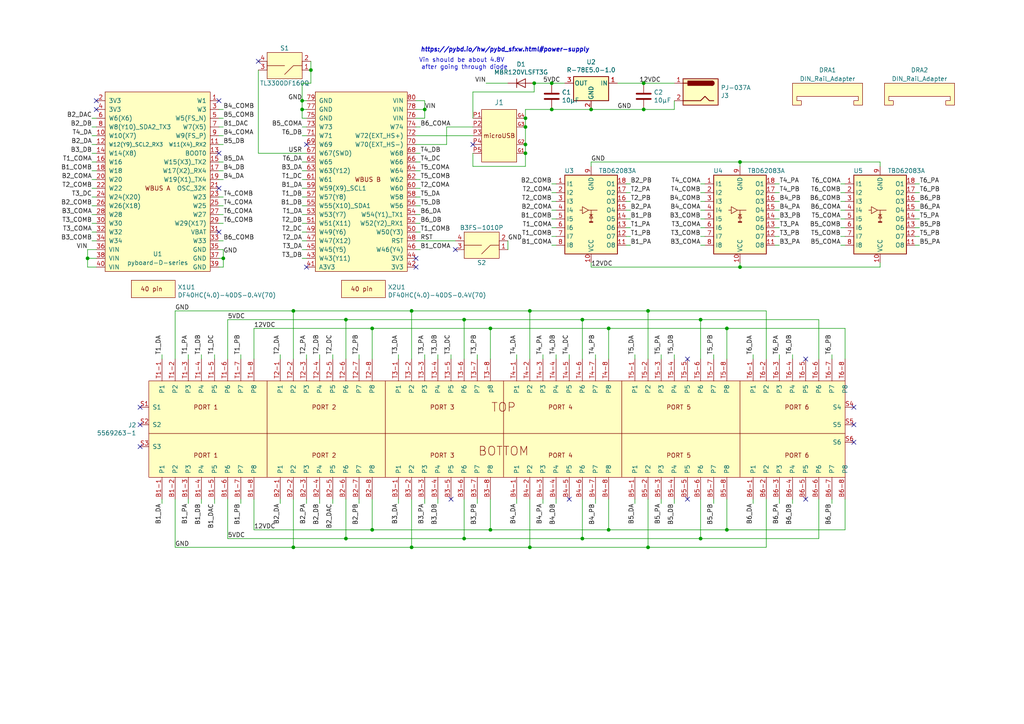
<source format=kicad_sch>
(kicad_sch (version 20211123) (generator eeschema)
  (paper "A4")
  (title_block (title "pyControl D-Series Breakout") (date "2020-02-05") (rev "1.6") (comment 3 "Licensed under the TAPR Open Hardware License (www.tapr.org/OHL)") (comment 4 "Documentation at https://karpova-lab.github.io/pyControl-D-Series-Breakout/"))
  (lib_symbols
    (symbol "Device:C" (pin_numbers hide) (pin_names (offset 0.254))
      (property "Reference" "C" (at 0.635 2.54 0))
      (property "Value" "C" (at 0.635 -2.54 0))
      (symbol "C_1_1"
        (pin passive line (at 0 3.81 270) (length 2.794) (name "~") (number "1"))
        (pin passive line (at 0 -3.81 90) (length 2.794) (name "~") (number "2"))
      )
    )
    (symbol "asl_symbols:5569263-1" (pin_names (offset 1.016))
      (property "Reference" "J" (at -58.42 5.08 0))
      (property "Value" "5569263-1" (at -52.07 2.54 0))
      (symbol "5569263-1_0_0"
        (text "BOTTOM" (at 0 -5.08 0) (effects (font (size 2.54 2.54))))
        (text "PORT 1" (at -86.36 -6.35 0) (effects (font (size 1.27 1.27))))
        (text "PORT 1" (at -86.36 7.62 0) (effects (font (size 1.27 1.27))))
        (text "TOP" (at 0 7.62 0) (effects (font (size 2.54 2.54))))
      )
      (symbol "5569263-1_1_1"
        (text "PORT 2" (at -52.07 -6.35 0) (effects (font (size 1.27 1.27))))
        (text "PORT 2" (at -52.07 7.62 0) (effects (font (size 1.27 1.27))))
        (text "PORT 3" (at -17.78 -6.35 0) (effects (font (size 1.27 1.27))))
        (text "PORT 3" (at -17.78 7.62 0) (effects (font (size 1.27 1.27))))
        (text "PORT 4" (at 16.51 -6.35 0) (effects (font (size 1.27 1.27))))
        (text "PORT 4" (at 16.51 7.62 0) (effects (font (size 1.27 1.27))))
        (text "PORT 5" (at 50.8 -6.35 0) (effects (font (size 1.27 1.27))))
        (text "PORT 5" (at 50.8 7.62 0) (effects (font (size 1.27 1.27))))
        (text "PORT 6" (at 85.09 -6.35 0) (effects (font (size 1.27 1.27))))
        (text "PORT 6" (at 85.09 7.62 0) (effects (font (size 1.27 1.27))))
        (pin bidirectional line (at -99.06 -19.05 90) (length 6.35) (name "P1") (number "B1-1"))
        (pin bidirectional line (at -95.25 -19.05 90) (length 6.35) (name "P2") (number "B1-2"))
        (pin bidirectional line (at -91.44 -19.05 90) (length 6.35) (name "P3") (number "B1-3"))
        (pin bidirectional line (at -87.63 -19.05 90) (length 6.35) (name "P4") (number "B1-4"))
        (pin bidirectional line (at -83.82 -19.05 90) (length 6.35) (name "P5") (number "B1-5"))
        (pin bidirectional line (at -80.01 -19.05 90) (length 6.35) (name "P6") (number "B1-6"))
        (pin bidirectional line (at -76.2 -19.05 90) (length 6.35) (name "P7") (number "B1-7"))
        (pin bidirectional line (at -72.39 -19.05 90) (length 6.35) (name "P8") (number "B1-8"))
        (pin bidirectional line (at -64.77 -19.05 90) (length 6.35) (name "P1") (number "B2-1"))
        (pin bidirectional line (at -60.96 -19.05 90) (length 6.35) (name "P2") (number "B2-2"))
        (pin bidirectional line (at -57.15 -19.05 90) (length 6.35) (name "P3") (number "B2-3"))
        (pin bidirectional line (at -53.34 -19.05 90) (length 6.35) (name "P4") (number "B2-4"))
        (pin bidirectional line (at -49.53 -19.05 90) (length 6.35) (name "P5") (number "B2-5"))
        (pin bidirectional line (at -45.72 -19.05 90) (length 6.35) (name "P6") (number "B2-6"))
        (pin bidirectional line (at -41.91 -19.05 90) (length 6.35) (name "P7") (number "B2-7"))
        (pin bidirectional line (at -38.1 -19.05 90) (length 6.35) (name "P8") (number "B2-8"))
        (pin bidirectional line (at -30.48 -19.05 90) (length 6.35) (name "P1") (number "B3-1"))
        (pin bidirectional line (at -26.67 -19.05 90) (length 6.35) (name "P2") (number "B3-2"))
        (pin bidirectional line (at -22.86 -19.05 90) (length 6.35) (name "P3") (number "B3-3"))
        (pin bidirectional line (at -19.05 -19.05 90) (length 6.35) (name "P4") (number "B3-4"))
        (pin bidirectional line (at -15.24 -19.05 90) (length 6.35) (name "P5") (number "B3-5"))
        (pin bidirectional line (at -11.43 -19.05 90) (length 6.35) (name "P6") (number "B3-6"))
        (pin bidirectional line (at -7.62 -19.05 90) (length 6.35) (name "P7") (number "B3-7"))
        (pin bidirectional line (at -3.81 -19.05 90) (length 6.35) (name "P8") (number "B3-8"))
        (pin bidirectional line (at 3.81 -19.05 90) (length 6.35) (name "P1") (number "B4-1"))
        (pin bidirectional line (at 7.62 -19.05 90) (length 6.35) (name "P2") (number "B4-2"))
        (pin bidirectional line (at 11.43 -19.05 90) (length 6.35) (name "P3") (number "B4-3"))
        (pin bidirectional line (at 15.24 -19.05 90) (length 6.35) (name "P4") (number "B4-4"))
        (pin bidirectional line (at 19.05 -19.05 90) (length 6.35) (name "P5") (number "B4-5"))
        (pin bidirectional line (at 22.86 -19.05 90) (length 6.35) (name "P6") (number "B4-6"))
        (pin bidirectional line (at 26.67 -19.05 90) (length 6.35) (name "P7") (number "B4-7"))
        (pin bidirectional line (at 30.48 -19.05 90) (length 6.35) (name "P8") (number "B4-8"))
        (pin bidirectional line (at 38.1 -19.05 90) (length 6.35) (name "P1") (number "B5-1"))
        (pin bidirectional line (at 41.91 -19.05 90) (length 6.35) (name "P2") (number "B5-2"))
        (pin bidirectional line (at 45.72 -19.05 90) (length 6.35) (name "P3") (number "B5-3"))
        (pin bidirectional line (at 49.53 -19.05 90) (length 6.35) (name "P4") (number "B5-4"))
        (pin bidirectional line (at 53.34 -19.05 90) (length 6.35) (name "P5") (number "B5-5"))
        (pin bidirectional line (at 57.15 -19.05 90) (length 6.35) (name "P6") (number "B5-6"))
        (pin bidirectional line (at 60.96 -19.05 90) (length 6.35) (name "P7") (number "B5-7"))
        (pin bidirectional line (at 64.77 -19.05 90) (length 6.35) (name "P8") (number "B5-8"))
        (pin bidirectional line (at 72.39 -19.05 90) (length 6.35) (name "P1") (number "B6-1"))
        (pin bidirectional line (at 76.2 -19.05 90) (length 6.35) (name "P2") (number "B6-2"))
        (pin bidirectional line (at 80.01 -19.05 90) (length 6.35) (name "P3") (number "B6-3"))
        (pin bidirectional line (at 83.82 -19.05 90) (length 6.35) (name "P4") (number "B6-4"))
        (pin bidirectional line (at 87.63 -19.05 90) (length 6.35) (name "P5") (number "B6-5"))
        (pin bidirectional line (at 91.44 -19.05 90) (length 6.35) (name "P6") (number "B6-6"))
        (pin bidirectional line (at 95.25 -19.05 90) (length 6.35) (name "P7") (number "B6-7"))
        (pin bidirectional line (at 99.06 -19.05 90) (length 6.35) (name "P8") (number "B6-8"))
        (pin bidirectional line (at -105.41 7.62 0) (length 2.54) (name "S1") (number "S1"))
        (pin bidirectional line (at -105.41 2.54 0) (length 2.54) (name "S2") (number "S2"))
        (pin bidirectional line (at -105.41 -3.81 0) (length 2.54) (name "S3") (number "S3"))
        (pin bidirectional line (at 101.6 7.62 180) (length 2.54) (name "S4") (number "S4"))
        (pin bidirectional line (at 101.6 2.54 180) (length 2.54) (name "S5") (number "S5"))
        (pin bidirectional line (at 101.6 -2.54 180) (length 2.54) (name "S6") (number "S6"))
        (pin bidirectional line (at -99.06 21.59 270) (length 6.35) (name "P1") (number "T1-1"))
        (pin bidirectional line (at -95.25 21.59 270) (length 6.35) (name "P2") (number "T1-2"))
        (pin bidirectional line (at -91.44 21.59 270) (length 6.35) (name "P3") (number "T1-3"))
        (pin bidirectional line (at -87.63 21.59 270) (length 6.35) (name "P4") (number "T1-4"))
        (pin bidirectional line (at -83.82 21.59 270) (length 6.35) (name "P5") (number "T1-5"))
        (pin bidirectional line (at -80.01 21.59 270) (length 6.35) (name "P6") (number "T1-6"))
        (pin bidirectional line (at -76.2 21.59 270) (length 6.35) (name "P7") (number "T1-7"))
        (pin bidirectional line (at -72.39 21.59 270) (length 6.35) (name "P8") (number "T1-8"))
        (pin bidirectional line (at -64.77 21.59 270) (length 6.35) (name "P1") (number "T2-1"))
        (pin bidirectional line (at -60.96 21.59 270) (length 6.35) (name "P2") (number "T2-2"))
        (pin bidirectional line (at -57.15 21.59 270) (length 6.35) (name "P3") (number "T2-3"))
        (pin bidirectional line (at -53.34 21.59 270) (length 6.35) (name "P4") (number "T2-4"))
        (pin bidirectional line (at -49.53 21.59 270) (length 6.35) (name "P5") (number "T2-5"))
        (pin bidirectional line (at -45.72 21.59 270) (length 6.35) (name "P6") (number "T2-6"))
        (pin bidirectional line (at -41.91 21.59 270) (length 6.35) (name "P7") (number "T2-7"))
        (pin bidirectional line (at -38.1 21.59 270) (length 6.35) (name "P8") (number "T2-8"))
        (pin bidirectional line (at -30.48 21.59 270) (length 6.35) (name "P1") (number "T3-1"))
        (pin bidirectional line (at -26.67 21.59 270) (length 6.35) (name "P2") (number "T3-2"))
        (pin bidirectional line (at -22.86 21.59 270) (length 6.35) (name "P3") (number "T3-3"))
        (pin bidirectional line (at -19.05 21.59 270) (length 6.35) (name "P4") (number "T3-4"))
        (pin bidirectional line (at -15.24 21.59 270) (length 6.35) (name "P5") (number "T3-5"))
        (pin bidirectional line (at -11.43 21.59 270) (length 6.35) (name "P6") (number "T3-6"))
        (pin bidirectional line (at -7.62 21.59 270) (length 6.35) (name "P7") (number "T3-7"))
        (pin bidirectional line (at -3.81 21.59 270) (length 6.35) (name "p8") (number "T3-8"))
        (pin bidirectional line (at 3.81 21.59 270) (length 6.35) (name "P1") (number "T4-1"))
        (pin bidirectional line (at 7.62 21.59 270) (length 6.35) (name "P2") (number "T4-2"))
        (pin bidirectional line (at 11.43 21.59 270) (length 6.35) (name "P3") (number "T4-3"))
        (pin bidirectional line (at 15.24 21.59 270) (length 6.35) (name "P4") (number "T4-4"))
        (pin bidirectional line (at 19.05 21.59 270) (length 6.35) (name "P5") (number "T4-5"))
        (pin bidirectional line (at 22.86 21.59 270) (length 6.35) (name "P6") (number "T4-6"))
        (pin bidirectional line (at 26.67 21.59 270) (length 6.35) (name "P7") (number "T4-7"))
        (pin bidirectional line (at 30.48 21.59 270) (length 6.35) (name "P8") (number "T4-8"))
        (pin bidirectional line (at 38.1 21.59 270) (length 6.35) (name "P1") (number "T5-1"))
        (pin bidirectional line (at 41.91 21.59 270) (length 6.35) (name "P2") (number "T5-2"))
        (pin bidirectional line (at 45.72 21.59 270) (length 6.35) (name "P3") (number "T5-3"))
        (pin bidirectional line (at 49.53 21.59 270) (length 6.35) (name "P4") (number "T5-4"))
        (pin bidirectional line (at 53.34 21.59 270) (length 6.35) (name "P5") (number "T5-5"))
        (pin bidirectional line (at 57.15 21.59 270) (length 6.35) (name "P6") (number "T5-6"))
        (pin bidirectional line (at 60.96 21.59 270) (length 6.35) (name "P7") (number "T5-7"))
        (pin bidirectional line (at 64.77 21.59 270) (length 6.35) (name "P8") (number "T5-8"))
        (pin bidirectional line (at 72.39 21.59 270) (length 6.35) (name "P1") (number "T6-1"))
        (pin bidirectional line (at 76.2 21.59 270) (length 6.35) (name "P2") (number "T6-2"))
        (pin bidirectional line (at 80.01 21.59 270) (length 6.35) (name "P3") (number "T6-3"))
        (pin bidirectional line (at 83.82 21.59 270) (length 6.35) (name "P4") (number "T6-4"))
        (pin bidirectional line (at 87.63 21.59 270) (length 6.35) (name "P5") (number "T6-5"))
        (pin bidirectional line (at 91.44 21.59 270) (length 6.35) (name "P6") (number "T6-6"))
        (pin bidirectional line (at 95.25 21.59 270) (length 6.35) (name "P7") (number "T6-7"))
        (pin bidirectional line (at 99.06 21.59 270) (length 6.35) (name "P8") (number "T6-8"))
      )
    )
    (symbol "asl_symbols:B3FS-1010P" (pin_names (offset 1.016) hide)
      (property "Reference" "S" (at -3.81 5.08 0))
      (property "Value" "B3FS-1010P" (at 1.27 -5.08 0))
      (symbol "B3FS-1010P_1_1"
        (pin bidirectional line (at -7.62 1.27 0) (length 2.54) (name "in1") (number "1"))
        (pin bidirectional line (at -7.62 -1.27 0) (length 2.54) (name "in2") (number "2"))
        (pin bidirectional line (at 7.62 1.27 180) (length 2.54) (name "out1") (number "3"))
        (pin bidirectional line (at 7.62 -1.27 180) (length 2.54) (name "out2") (number "4"))
      )
    )
    (symbol "asl_symbols:DIN_Rail_Adapter"
      (property "Reference" "DRA" (at 0 6.35 0))
      (property "Value" "DIN_Rail_Adapter" (at 0 3.81 0))
      (property "DNP" "1" (at 0 0 0))
    )
    (symbol "asl_symbols:Diode" (pin_numbers hide) (pin_names (offset 1.016) hide)
      (property "Reference" "D" (at 0 2.54 0))
      (property "Value" "Diode" (at 0 -2.54 0))
      (symbol "Diode_1_1"
        (pin passive line (at -3.81 0 0) (length 2.54) (name "K") (number "1"))
        (pin passive line (at 3.81 0 180) (length 2.54) (name "A") (number "2"))
      )
    )
    (symbol "asl_symbols:Hirose_40_pin_connector" (pin_names (offset 1.016))
      (property "Reference" "X" (at -6.35 3.81 0))
      (property "Value" "Hirose_40_pin_connector" (at 5.08 -5.08 0))
      (symbol "Hirose_40_pin_connector_0_0"
        (text "40 pin " (at 0 0 0) (effects (font (size 1.27 1.27))))
      )
    )
    (symbol "asl_symbols:PJ-037A" (pin_names (offset 1.016))
      (property "Reference" "J" (at 0 5.334 0))
      (property "Value" "PJ-037A" (at 0 -5.08 0))
      (symbol "PJ-037A_1_1"
        (pin passive line (at 7.62 2.54 180) (length 2.54) (name "~") (number "1"))
        (pin passive line (at 7.62 -2.54 180) (length 2.54) (name "~") (number "2"))
      )
    )
    (symbol "asl_symbols:PyBoard-D-Series" (pin_names (offset 1.016))
      (property "Reference" "U" (at 1.27 1.27 0))
      (property "Value" "PyBoard-D-Series" (at 78.74 -53.34 0))
      (symbol "PyBoard-D-Series_0_0"
        (text "WBUS A" (at 15.24 -27.94 0) (effects (font (size 1.27 1.27))))
        (text "WBUS B" (at 76.2 -25.4 0) (effects (font (size 1.27 1.27))))
      )
      (symbol "PyBoard-D-Series_1_1"
        (pin bidirectional line (at 33.02 -2.54 180) (length 2.54) (name "W1") (number "1"))
        (pin bidirectional line (at -2.54 -12.7 0) (length 2.54) (name "W10(X7)") (number "10"))
        (pin bidirectional line (at 33.02 -15.24 180) (length 2.54) (name "W11(X4)_RX2") (number "11"))
        (pin bidirectional line (at -2.54 -15.24 0) (length 2.54) (name "W12(Y9)_SCL2_RX3") (number "12"))
        (pin bidirectional line (at 33.02 -17.78 180) (length 2.54) (name "BOOT0") (number "13"))
        (pin bidirectional line (at -2.54 -17.78 0) (length 2.54) (name "W14(X8)") (number "14"))
        (pin bidirectional line (at 33.02 -20.32 180) (length 2.54) (name "W15(X3)_TX2") (number "15"))
        (pin bidirectional line (at -2.54 -20.32 0) (length 2.54) (name "W16") (number "16"))
        (pin bidirectional line (at 33.02 -22.86 180) (length 2.54) (name "W17(X2)_RX4") (number "17"))
        (pin bidirectional line (at -2.54 -22.86 0) (length 2.54) (name "W18") (number "18"))
        (pin bidirectional line (at 33.02 -25.4 180) (length 2.54) (name "W19(X1)_TX4") (number "19"))
        (pin bidirectional line (at -2.54 -2.54 0) (length 2.54) (name "3V3") (number "2"))
        (pin bidirectional line (at -2.54 -25.4 0) (length 2.54) (name "W20") (number "20"))
        (pin bidirectional line (at 33.02 -27.94 180) (length 2.54) (name "OSC_32K") (number "21"))
        (pin bidirectional line (at -2.54 -27.94 0) (length 2.54) (name "W22") (number "22"))
        (pin bidirectional line (at 33.02 -30.48 180) (length 2.54) (name "W23") (number "23"))
        (pin bidirectional line (at -2.54 -30.48 0) (length 2.54) (name "W24(X20)") (number "24"))
        (pin bidirectional line (at 33.02 -33.02 180) (length 2.54) (name "W25") (number "25"))
        (pin bidirectional line (at -2.54 -33.02 0) (length 2.54) (name "W26(X18)") (number "26"))
        (pin bidirectional line (at 33.02 -35.56 180) (length 2.54) (name "W27") (number "27"))
        (pin bidirectional line (at -2.54 -35.56 0) (length 2.54) (name "W28") (number "28"))
        (pin bidirectional line (at 33.02 -38.1 180) (length 2.54) (name "W29(X17)") (number "29"))
        (pin bidirectional line (at 33.02 -5.08 180) (length 2.54) (name "W3") (number "3"))
        (pin bidirectional line (at -2.54 -38.1 0) (length 2.54) (name "W30") (number "30"))
        (pin bidirectional line (at 33.02 -40.64 180) (length 2.54) (name "VBAT") (number "31"))
        (pin bidirectional line (at -2.54 -40.64 0) (length 2.54) (name "W32") (number "32"))
        (pin bidirectional line (at 33.02 -43.18 180) (length 2.54) (name "W33") (number "33"))
        (pin bidirectional line (at -2.54 -43.18 0) (length 2.54) (name "W34") (number "34"))
        (pin bidirectional line (at 33.02 -45.72 180) (length 2.54) (name "GND") (number "35"))
        (pin bidirectional line (at -2.54 -45.72 0) (length 2.54) (name "VIN") (number "36"))
        (pin bidirectional line (at 33.02 -48.26 180) (length 2.54) (name "GND") (number "37"))
        (pin bidirectional line (at -2.54 -48.26 0) (length 2.54) (name "VIN") (number "38"))
        (pin bidirectional line (at 33.02 -50.8 180) (length 2.54) (name "GND") (number "39"))
        (pin bidirectional line (at -2.54 -5.08 0) (length 2.54) (name "3V3") (number "4"))
        (pin bidirectional line (at -2.54 -50.8 0) (length 2.54) (name "VIN") (number "40"))
        (pin bidirectional line (at 58.42 -50.8 0) (length 2.54) (name "A3V3") (number "41"))
        (pin bidirectional line (at 90.17 -50.8 180) (length 2.54) (name "3V3") (number "42"))
        (pin bidirectional line (at 58.42 -48.26 0) (length 2.54) (name "W43(Y11)") (number "43"))
        (pin bidirectional line (at 90.17 -48.26 180) (length 2.54) (name "3V3") (number "44"))
        (pin bidirectional line (at 58.42 -45.72 0) (length 2.54) (name "W45(Y5)") (number "45"))
        (pin bidirectional line (at 90.17 -45.72 180) (length 2.54) (name "W46(Y4)") (number "46"))
        (pin bidirectional line (at 58.42 -43.18 0) (length 2.54) (name "W47(X12)") (number "47"))
        (pin bidirectional line (at 90.17 -43.18 180) (length 2.54) (name "RST") (number "48"))
        (pin bidirectional line (at 58.42 -40.64 0) (length 2.54) (name "W49(Y6)") (number "49"))
        (pin bidirectional line (at 33.02 -7.62 180) (length 2.54) (name "W5(FS_N)") (number "5"))
        (pin bidirectional line (at 90.17 -40.64 180) (length 2.54) (name "W50(Y3)") (number "50"))
        (pin bidirectional line (at 58.42 -38.1 0) (length 2.54) (name "W51(X11)") (number "51"))
        (pin bidirectional line (at 90.17 -38.1 180) (length 2.54) (name "W52(Y2)_RX1") (number "52"))
        (pin bidirectional line (at 58.42 -35.56 0) (length 2.54) (name "W53(Y7)") (number "53"))
        (pin bidirectional line (at 90.17 -35.56 180) (length 2.54) (name "W54(Y1)_TX1") (number "54"))
        (pin bidirectional line (at 58.42 -33.02 0) (length 2.54) (name "W55(X10)_SDA1") (number "55"))
        (pin bidirectional line (at 90.17 -33.02 180) (length 2.54) (name "W56") (number "56"))
        (pin bidirectional line (at 58.42 -30.48 0) (length 2.54) (name "W57(Y8)") (number "57"))
        (pin bidirectional line (at 90.17 -30.48 180) (length 2.54) (name "W58") (number "58"))
        (pin bidirectional line (at 58.42 -27.94 0) (length 2.54) (name "W59(X9)_SCL1") (number "59"))
        (pin bidirectional line (at -2.54 -7.62 0) (length 2.54) (name "W6(X6)") (number "6"))
        (pin bidirectional line (at 90.17 -27.94 180) (length 2.54) (name "W60") (number "60"))
        (pin bidirectional line (at 58.42 -25.4 0) (length 2.54) (name "W61") (number "61"))
        (pin bidirectional line (at 90.17 -25.4 180) (length 2.54) (name "W62") (number "62"))
        (pin bidirectional line (at 58.42 -22.86 0) (length 2.54) (name "W63(Y12)") (number "63"))
        (pin bidirectional line (at 90.17 -22.86 180) (length 2.54) (name "W64") (number "64"))
        (pin bidirectional line (at 58.42 -20.32 0) (length 2.54) (name "W65") (number "65"))
        (pin bidirectional line (at 90.17 -20.32 180) (length 2.54) (name "W66") (number "66"))
        (pin bidirectional line (at 58.42 -17.78 0) (length 2.54) (name "W67(SWD)") (number "67"))
        (pin bidirectional line (at 90.17 -17.78 180) (length 2.54) (name "W68") (number "68"))
        (pin bidirectional line (at 58.42 -15.24 0) (length 2.54) (name "W69") (number "69"))
        (pin bidirectional line (at 33.02 -10.16 180) (length 2.54) (name "W7(X5)") (number "7"))
        (pin bidirectional line (at 90.17 -15.24 180) (length 2.54) (name "W70(EXT_HS-)") (number "70"))
        (pin bidirectional line (at 58.42 -12.7 0) (length 2.54) (name "W71") (number "71"))
        (pin bidirectional line (at 90.17 -12.7 180) (length 2.54) (name "W72(EXT_HS+)") (number "72"))
        (pin bidirectional line (at 58.42 -10.16 0) (length 2.54) (name "W73") (number "73"))
        (pin bidirectional line (at 90.17 -10.16 180) (length 2.54) (name "W74") (number "74"))
        (pin bidirectional line (at 58.42 -7.62 0) (length 2.54) (name "GND") (number "75"))
        (pin bidirectional line (at 90.17 -7.62 180) (length 2.54) (name "VIN") (number "76"))
        (pin bidirectional line (at 58.42 -5.08 0) (length 2.54) (name "GND") (number "77"))
        (pin bidirectional line (at 90.17 -5.08 180) (length 2.54) (name "VIN") (number "78"))
        (pin bidirectional line (at 58.42 -2.54 0) (length 2.54) (name "GND") (number "79"))
        (pin bidirectional line (at -2.54 -10.16 0) (length 2.54) (name "W8(Y10)_SDA2_TX3") (number "8"))
        (pin bidirectional line (at 90.17 -2.54 180) (length 2.54) (name "VIN") (number "80"))
        (pin bidirectional line (at 33.02 -12.7 180) (length 2.54) (name "W9(FS_P)") (number "9"))
      )
    )
    (symbol "asl_symbols:R-78E5.0-1.0" (pin_names (offset 0.254))
      (property "Reference" "U" (at -3.81 3.175 0))
      (property "Value" "R-78E5.0-1.0" (at -0.635 3.175 0))
      (symbol "R-78E5.0-1.0_1_1"
        (pin power_out line (at 7.62 0 180) (length 2.54) (name "IN") (number "1"))
        (pin power_in line (at 0 -7.62 90) (length 2.54) (name "GND") (number "2"))
        (pin power_in line (at -7.62 0 0) (length 2.54) (name "OUT") (number "3"))
      )
    )
    (symbol "asl_symbols:TBD62083APG"
      (property "Reference" "U" (at -7.62 11.43 0))
      (property "Value" "TBD62083APG" (at 1.27 11.43 0))
      (symbol "TBD62083APG_1_1"
        (pin input line (at -10.16 7.62 0) (length 2.54) (name "I1") (number "1"))
        (pin power_in line (at 0 -15.24 90) (length 2.54) (name "VCC") (number "10"))
        (pin open_emitter line (at 10.16 -10.16 180) (length 2.54) (name "O8") (number "11"))
        (pin open_emitter line (at 10.16 -7.62 180) (length 2.54) (name "O7") (number "12"))
        (pin open_emitter line (at 10.16 -5.08 180) (length 2.54) (name "O6") (number "13"))
        (pin open_emitter line (at 10.16 -2.54 180) (length 2.54) (name "O5") (number "14"))
        (pin open_emitter line (at 10.16 0 180) (length 2.54) (name "O4") (number "15"))
        (pin open_emitter line (at 10.16 2.54 180) (length 2.54) (name "O3") (number "16"))
        (pin open_emitter line (at 10.16 5.08 180) (length 2.54) (name "O2") (number "17"))
        (pin open_emitter line (at 10.16 7.62 180) (length 2.54) (name "O1") (number "18"))
        (pin input line (at -10.16 5.08 0) (length 2.54) (name "I2") (number "2"))
        (pin input line (at -10.16 2.54 0) (length 2.54) (name "I3") (number "3"))
        (pin input line (at -10.16 0 0) (length 2.54) (name "I4") (number "4"))
        (pin input line (at -10.16 -2.54 0) (length 2.54) (name "I5") (number "5"))
        (pin input line (at -10.16 -5.08 0) (length 2.54) (name "I6") (number "6"))
        (pin input line (at -10.16 -7.62 0) (length 2.54) (name "I7") (number "7"))
        (pin input line (at -10.16 -10.16 0) (length 2.54) (name "I8") (number "8"))
        (pin power_in line (at 0 12.7 270) (length 2.54) (name "GND") (number "9"))
      )
    )
    (symbol "asl_symbols:TL3300" (pin_names (offset 1.016) hide)
      (property "Reference" "S" (at -3.81 5.08 0))
      (property "Value" "TL3300" (at 1.27 -5.08 0))
      (symbol "TL3300_1_1"
        (pin bidirectional line (at -7.62 1.27 0) (length 2.54) (name "in1") (number "1"))
        (pin bidirectional line (at -7.62 -1.27 0) (length 2.54) (name "in2") (number "2"))
        (pin bidirectional line (at 7.62 1.27 180) (length 2.54) (name "out1") (number "3"))
        (pin bidirectional line (at 7.62 -1.27 180) (length 2.54) (name "out2") (number "4"))
      )
    )
    (symbol "asl_symbols:USB_micro_horz_socket_reinforced" (pin_names (offset 1.016))
      (property "Reference" "J" (at 4.826 -8.128 0))
      (symbol "USB_micro_horz_socket_reinforced_0_0"
        (text "microUSB" (at 0 0 0) (effects (font (size 1.27 1.27))))
      )
      (symbol "USB_micro_horz_socket_reinforced_1_0"
        (pin bidirectional line (at 7.62 5.08 180) (length 2.54) (name "G1") (number "G1"))
        (pin bidirectional line (at 7.62 2.54 180) (length 2.54) (name "G2") (number "G2"))
        (pin bidirectional line (at 7.62 -2.54 180) (length 2.54) (name "G3") (number "G3"))
        (pin bidirectional line (at 7.62 -5.08 180) (length 2.54) (name "G4") (number "G4"))
        (pin bidirectional line (at -7.62 -5.08 0) (length 2.54) (name "P1") (number "P1"))
        (pin bidirectional line (at -7.62 -2.54 0) (length 2.54) (name "P2") (number "P2"))
        (pin bidirectional line (at -7.62 0 0) (length 2.54) (name "P3") (number "P3"))
        (pin bidirectional line (at -7.62 2.54 0) (length 2.54) (name "P4") (number "P4"))
        (pin bidirectional line (at -7.62 5.08 0) (length 2.54) (name "P5") (number "P5"))
      )
    )
  )
  (junction (at 107.95 95.25))
  (junction (at 134.62 156.21))
  (junction (at 168.91 92.71))
  (junction (at 187.96 90.17))
  (junction (at 90.17 20.32))
  (junction (at 107.95 153.67))
  (junction (at 176.53 153.67))
  (junction (at 203.2 156.21))
  (junction (at 134.62 92.71))
  (junction (at 168.91 156.21))
  (junction (at 85.09 90.17))
  (junction (at 186.69 31.75))
  (junction (at 214.63 77.47))
  (junction (at 142.24 153.67))
  (junction (at 152.4 44.45))
  (junction (at 153.67 90.17))
  (junction (at 100.33 92.71))
  (junction (at 87.63 31.75))
  (junction (at 152.4 36.83))
  (junction (at 119.38 158.75))
  (junction (at 142.24 95.25))
  (junction (at 171.45 31.75))
  (junction (at 187.96 158.75))
  (junction (at 203.2 92.71))
  (junction (at 87.63 29.21))
  (junction (at 210.82 95.25))
  (junction (at 152.4 41.91))
  (junction (at 119.38 90.17))
  (junction (at 214.63 46.99))
  (junction (at 186.69 24.13))
  (junction (at 64.77 74.93))
  (junction (at 176.53 95.25))
  (junction (at 160.02 31.75))
  (junction (at 25.4 74.93))
  (junction (at 210.82 153.67))
  (junction (at 100.33 156.21))
  (junction (at 85.09 158.75))
  (junction (at 153.67 158.75))
  (junction (at 152.4 34.29))
  (junction (at 154.94 24.13))
  (junction (at 123.19 31.75))
  (junction (at 160.02 24.13))
  (no_connect (at 40.64 123.19))
  (no_connect (at 132.08 72.39))
  (no_connect (at 120.65 77.47))
  (no_connect (at 247.65 123.19))
  (no_connect (at 137.16 41.91))
  (no_connect (at 120.65 74.93))
  (no_connect (at 233.68 144.78))
  (no_connect (at 27.94 29.21))
  (no_connect (at 199.39 144.78))
  (no_connect (at 40.64 129.54))
  (no_connect (at 88.9 77.47))
  (no_connect (at 233.68 104.14))
  (no_connect (at 88.9 41.91))
  (no_connect (at 63.5 29.21))
  (no_connect (at 199.39 104.14))
  (no_connect (at 40.64 118.11))
  (no_connect (at 74.93 17.78))
  (no_connect (at 63.5 54.61))
  (no_connect (at 130.81 144.78))
  (no_connect (at 247.65 128.27))
  (no_connect (at 63.5 67.31))
  (no_connect (at 27.94 31.75))
  (no_connect (at 247.65 118.11))
  (no_connect (at 63.5 44.45))
  (no_connect (at 165.1 144.78))
  (wire (pts (xy 63.5 49.53) (xy 64.77 49.53)))
  (wire (pts (xy 243.84 58.42) (xy 245.11 58.42)))
  (wire (pts (xy 64.77 64.77) (xy 63.5 64.77)))
  (wire (pts (xy 243.84 55.88) (xy 245.11 55.88)))
  (wire (pts (xy 218.44 102.87) (xy 218.44 104.14)))
  (wire (pts (xy 88.9 59.69) (xy 87.63 59.69)))
  (wire (pts (xy 26.67 52.07) (xy 27.94 52.07)))
  (wire (pts (xy 245.11 95.25) (xy 245.11 104.14)))
  (wire (pts (xy 123.19 31.75) (xy 123.19 34.29)))
  (wire (pts (xy 130.81 102.87) (xy 130.81 104.14)))
  (wire (pts (xy 226.06 55.88) (xy 224.79 55.88)))
  (wire (pts (xy 63.5 41.91) (xy 64.77 41.91)))
  (wire (pts (xy 203.2 104.14) (xy 203.2 92.71)))
  (wire (pts (xy 26.67 49.53) (xy 27.94 49.53)))
  (wire (pts (xy 120.65 54.61) (xy 121.92 54.61)))
  (wire (pts (xy 171.45 77.47) (xy 171.45 76.2)))
  (wire (pts (xy 147.32 72.39) (xy 147.32 69.85)))
  (wire (pts (xy 187.96 104.14) (xy 187.96 90.17)))
  (wire (pts (xy 88.9 39.37) (xy 87.63 39.37)))
  (wire (pts (xy 168.91 156.21) (xy 203.2 156.21)))
  (wire (pts (xy 157.48 102.87) (xy 157.48 104.14)))
  (wire (pts (xy 165.1 102.87) (xy 165.1 104.14)))
  (wire (pts (xy 182.88 60.96) (xy 181.61 60.96)))
  (wire (pts (xy 138.43 102.87) (xy 138.43 104.14)))
  (wire (pts (xy 266.7 53.34) (xy 265.43 53.34)))
  (wire (pts (xy 160.02 31.75) (xy 171.45 31.75)))
  (wire (pts (xy 160.02 24.13) (xy 163.83 24.13)))
  (wire (pts (xy 120.65 46.99) (xy 121.92 46.99)))
  (wire (pts (xy 226.06 66.04) (xy 224.79 66.04)))
  (wire (pts (xy 25.4 74.93) (xy 27.94 74.93)))
  (wire (pts (xy 64.77 57.15) (xy 63.5 57.15)))
  (wire (pts (xy 187.96 144.78) (xy 187.96 158.75)))
  (wire (pts (xy 107.95 95.25) (xy 107.95 104.14)))
  (wire (pts (xy 172.72 102.87) (xy 172.72 104.14)))
  (wire (pts (xy 182.88 58.42) (xy 181.61 58.42)))
  (wire (pts (xy 25.4 74.93) (xy 25.4 72.39)))
  (wire (pts (xy 129.54 41.91) (xy 120.65 41.91)))
  (wire (pts (xy 191.77 102.87) (xy 191.77 104.14)))
  (wire (pts (xy 154.94 26.67) (xy 154.94 24.13)))
  (wire (pts (xy 50.8 90.17) (xy 50.8 104.14)))
  (wire (pts (xy 160.02 63.5) (xy 161.29 63.5)))
  (wire (pts (xy 26.67 69.85) (xy 27.94 69.85)))
  (wire (pts (xy 87.63 72.39) (xy 88.9 72.39)))
  (wire (pts (xy 119.38 158.75) (xy 153.67 158.75)))
  (wire (pts (xy 210.82 153.67) (xy 245.11 153.67)))
  (wire (pts (xy 25.4 72.39) (xy 27.94 72.39)))
  (wire (pts (xy 243.84 60.96) (xy 245.11 60.96)))
  (wire (pts (xy 149.86 102.87) (xy 149.86 104.14)))
  (wire (pts (xy 176.53 104.14) (xy 176.53 95.25)))
  (wire (pts (xy 88.9 31.75) (xy 87.63 31.75)))
  (wire (pts (xy 66.04 144.78) (xy 66.04 156.21)))
  (wire (pts (xy 63.5 36.83) (xy 64.77 36.83)))
  (wire (pts (xy 81.28 144.78) (xy 81.28 146.05)))
  (wire (pts (xy 96.52 102.87) (xy 96.52 104.14)))
  (wire (pts (xy 203.2 71.12) (xy 204.47 71.12)))
  (wire (pts (xy 64.77 31.75) (xy 63.5 31.75)))
  (wire (pts (xy 134.62 156.21) (xy 168.91 156.21)))
  (wire (pts (xy 187.96 90.17) (xy 222.25 90.17)))
  (wire (pts (xy 176.53 144.78) (xy 176.53 153.67)))
  (wire (pts (xy 115.57 102.87) (xy 115.57 104.14)))
  (wire (pts (xy 64.77 77.47) (xy 64.77 74.93)))
  (wire (pts (xy 195.58 144.78) (xy 195.58 146.05)))
  (wire (pts (xy 137.16 34.29) (xy 137.16 26.67)))
  (wire (pts (xy 73.66 95.25) (xy 107.95 95.25)))
  (wire (pts (xy 87.63 62.23) (xy 88.9 62.23)))
  (wire (pts (xy 186.69 31.75) (xy 195.58 31.75)))
  (wire (pts (xy 46.99 102.87) (xy 46.99 104.14)))
  (wire (pts (xy 182.88 63.5) (xy 181.61 63.5)))
  (wire (pts (xy 137.16 44.45) (xy 137.16 48.26)))
  (wire (pts (xy 203.2 92.71) (xy 237.49 92.71)))
  (wire (pts (xy 26.67 34.29) (xy 27.94 34.29)))
  (wire (pts (xy 179.07 24.13) (xy 186.69 24.13)))
  (wire (pts (xy 123.19 29.21) (xy 123.19 31.75)))
  (wire (pts (xy 214.63 46.99) (xy 214.63 48.26)))
  (wire (pts (xy 64.77 59.69) (xy 63.5 59.69)))
  (wire (pts (xy 137.16 39.37) (xy 120.65 39.37)))
  (wire (pts (xy 121.92 57.15) (xy 120.65 57.15)))
  (wire (pts (xy 81.28 102.87) (xy 81.28 104.14)))
  (wire (pts (xy 203.2 144.78) (xy 203.2 156.21)))
  (wire (pts (xy 226.06 58.42) (xy 224.79 58.42)))
  (wire (pts (xy 85.09 104.14) (xy 85.09 90.17)))
  (wire (pts (xy 138.43 146.05) (xy 138.43 144.78)))
  (wire (pts (xy 107.95 95.25) (xy 142.24 95.25)))
  (wire (pts (xy 153.67 90.17) (xy 187.96 90.17)))
  (wire (pts (xy 266.7 63.5) (xy 265.43 63.5)))
  (wire (pts (xy 266.7 58.42) (xy 265.43 58.42)))
  (wire (pts (xy 160.02 68.58) (xy 161.29 68.58)))
  (wire (pts (xy 226.06 102.87) (xy 226.06 104.14)))
  (wire (pts (xy 243.84 66.04) (xy 245.11 66.04)))
  (wire (pts (xy 266.7 66.04) (xy 265.43 66.04)))
  (wire (pts (xy 88.9 146.05) (xy 88.9 144.78)))
  (wire (pts (xy 46.99 144.78) (xy 46.99 146.05)))
  (wire (pts (xy 26.67 67.31) (xy 27.94 67.31)))
  (wire (pts (xy 176.53 153.67) (xy 210.82 153.67)))
  (wire (pts (xy 63.5 77.47) (xy 64.77 77.47)))
  (wire (pts (xy 207.01 102.87) (xy 207.01 104.14)))
  (wire (pts (xy 127 146.05) (xy 127 144.78)))
  (wire (pts (xy 210.82 104.14) (xy 210.82 95.25)))
  (wire (pts (xy 87.63 34.29) (xy 88.9 34.29)))
  (wire (pts (xy 137.16 26.67) (xy 154.94 26.67)))
  (wire (pts (xy 64.77 39.37) (xy 63.5 39.37)))
  (wire (pts (xy 210.82 144.78) (xy 210.82 153.67)))
  (wire (pts (xy 27.94 41.91) (xy 26.67 41.91)))
  (wire (pts (xy 88.9 54.61) (xy 87.63 54.61)))
  (wire (pts (xy 134.62 104.14) (xy 134.62 92.71)))
  (wire (pts (xy 64.77 72.39) (xy 63.5 72.39)))
  (wire (pts (xy 152.4 31.75) (xy 160.02 31.75)))
  (wire (pts (xy 87.63 29.21) (xy 87.63 31.75)))
  (wire (pts (xy 203.2 156.21) (xy 237.49 156.21)))
  (wire (pts (xy 88.9 64.77) (xy 87.63 64.77)))
  (wire (pts (xy 73.66 144.78) (xy 73.66 153.67)))
  (wire (pts (xy 88.9 67.31) (xy 87.63 67.31)))
  (wire (pts (xy 243.84 68.58) (xy 245.11 68.58)))
  (wire (pts (xy 104.14 102.87) (xy 104.14 104.14)))
  (wire (pts (xy 255.27 77.47) (xy 255.27 76.2)))
  (wire (pts (xy 171.45 31.75) (xy 186.69 31.75)))
  (wire (pts (xy 119.38 90.17) (xy 85.09 90.17)))
  (wire (pts (xy 142.24 144.78) (xy 142.24 153.67)))
  (wire (pts (xy 123.19 34.29) (xy 120.65 34.29)))
  (wire (pts (xy 203.2 55.88) (xy 204.47 55.88)))
  (wire (pts (xy 160.02 71.12) (xy 161.29 71.12)))
  (wire (pts (xy 161.29 144.78) (xy 161.29 146.05)))
  (wire (pts (xy 64.77 74.93) (xy 63.5 74.93)))
  (wire (pts (xy 120.65 67.31) (xy 121.92 67.31)))
  (wire (pts (xy 107.95 153.67) (xy 142.24 153.67)))
  (wire (pts (xy 27.94 77.47) (xy 25.4 77.47)))
  (wire (pts (xy 26.67 59.69) (xy 27.94 59.69)))
  (wire (pts (xy 237.49 156.21) (xy 237.49 144.78)))
  (wire (pts (xy 160.02 60.96) (xy 161.29 60.96)))
  (wire (pts (xy 64.77 69.85) (xy 63.5 69.85)))
  (wire (pts (xy 87.63 46.99) (xy 88.9 46.99)))
  (wire (pts (xy 226.06 68.58) (xy 224.79 68.58)))
  (wire (pts (xy 176.53 95.25) (xy 210.82 95.25)))
  (wire (pts (xy 195.58 102.87) (xy 195.58 104.14)))
  (wire (pts (xy 90.17 24.13) (xy 90.17 20.32)))
  (wire (pts (xy 226.06 63.5) (xy 224.79 63.5)))
  (wire (pts (xy 160.02 53.34) (xy 161.29 53.34)))
  (wire (pts (xy 87.63 74.93) (xy 88.9 74.93)))
  (wire (pts (xy 182.88 53.34) (xy 181.61 53.34)))
  (wire (pts (xy 27.94 44.45) (xy 26.67 44.45)))
  (wire (pts (xy 120.65 72.39) (xy 121.92 72.39)))
  (wire (pts (xy 229.87 102.87) (xy 229.87 104.14)))
  (wire (pts (xy 85.09 144.78) (xy 85.09 158.75)))
  (wire (pts (xy 87.63 57.15) (xy 88.9 57.15)))
  (wire (pts (xy 168.91 92.71) (xy 168.91 104.14)))
  (wire (pts (xy 66.04 92.71) (xy 66.04 104.14)))
  (wire (pts (xy 161.29 102.87) (xy 161.29 104.14)))
  (wire (pts (xy 119.38 104.14) (xy 119.38 90.17)))
  (wire (pts (xy 120.65 49.53) (xy 121.92 49.53)))
  (wire (pts (xy 54.61 102.87) (xy 54.61 104.14)))
  (wire (pts (xy 245.11 153.67) (xy 245.11 144.78)))
  (wire (pts (xy 153.67 144.78) (xy 153.67 158.75)))
  (wire (pts (xy 153.67 104.14) (xy 153.67 90.17)))
  (wire (pts (xy 88.9 29.21) (xy 87.63 29.21)))
  (wire (pts (xy 152.4 41.91) (xy 152.4 36.83)))
  (wire (pts (xy 92.71 144.78) (xy 92.71 146.05)))
  (wire (pts (xy 73.66 104.14) (xy 73.66 95.25)))
  (wire (pts (xy 182.88 66.04) (xy 181.61 66.04)))
  (wire (pts (xy 66.04 156.21) (xy 100.33 156.21)))
  (wire (pts (xy 120.65 31.75) (xy 123.19 31.75)))
  (wire (pts (xy 241.3 102.87) (xy 241.3 104.14)))
  (wire (pts (xy 26.67 64.77) (xy 27.94 64.77)))
  (wire (pts (xy 226.06 60.96) (xy 224.79 60.96)))
  (wire (pts (xy 26.67 62.23) (xy 27.94 62.23)))
  (wire (pts (xy 54.61 146.05) (xy 54.61 144.78)))
  (wire (pts (xy 266.7 68.58) (xy 265.43 68.58)))
  (wire (pts (xy 85.09 158.75) (xy 119.38 158.75)))
  (wire (pts (xy 63.5 52.07) (xy 64.77 52.07)))
  (wire (pts (xy 121.92 59.69) (xy 120.65 59.69)))
  (wire (pts (xy 142.24 95.25) (xy 176.53 95.25)))
  (wire (pts (xy 152.4 41.91) (xy 152.4 44.45)))
  (wire (pts (xy 92.71 102.87) (xy 92.71 104.14)))
  (wire (pts (xy 120.65 44.45) (xy 121.92 44.45)))
  (wire (pts (xy 171.45 46.99) (xy 214.63 46.99)))
  (wire (pts (xy 147.32 24.13) (xy 140.97 24.13)))
  (wire (pts (xy 50.8 144.78) (xy 50.8 158.75)))
  (wire (pts (xy 115.57 146.05) (xy 115.57 144.78)))
  (wire (pts (xy 203.2 68.58) (xy 204.47 68.58)))
  (wire (pts (xy 161.29 55.88) (xy 160.02 55.88)))
  (wire (pts (xy 58.42 144.78) (xy 58.42 146.05)))
  (wire (pts (xy 237.49 92.71) (xy 237.49 104.14)))
  (wire (pts (xy 171.45 77.47) (xy 214.63 77.47)))
  (wire (pts (xy 107.95 144.78) (xy 107.95 153.67)))
  (wire (pts (xy 120.65 64.77) (xy 121.92 64.77)))
  (wire (pts (xy 120.65 69.85) (xy 132.08 69.85)))
  (wire (pts (xy 210.82 95.25) (xy 245.11 95.25)))
  (wire (pts (xy 153.67 158.75) (xy 187.96 158.75)))
  (wire (pts (xy 63.5 46.99) (xy 64.77 46.99)))
  (wire (pts (xy 186.69 24.13) (xy 195.58 24.13)))
  (wire (pts (xy 168.91 92.71) (xy 134.62 92.71)))
  (wire (pts (xy 119.38 144.78) (xy 119.38 158.75)))
  (wire (pts (xy 266.7 71.12) (xy 265.43 71.12)))
  (wire (pts (xy 203.2 63.5) (xy 204.47 63.5)))
  (wire (pts (xy 214.63 46.99) (xy 255.27 46.99)))
  (wire (pts (xy 134.62 144.78) (xy 134.62 156.21)))
  (wire (pts (xy 266.7 60.96) (xy 265.43 60.96)))
  (wire (pts (xy 152.4 34.29) (xy 152.4 31.75)))
  (wire (pts (xy 160.02 58.42) (xy 161.29 58.42)))
  (wire (pts (xy 87.63 31.75) (xy 87.63 34.29)))
  (wire (pts (xy 191.77 146.05) (xy 191.77 144.78)))
  (wire (pts (xy 157.48 146.05) (xy 157.48 144.78)))
  (wire (pts (xy 243.84 63.5) (xy 245.11 63.5)))
  (wire (pts (xy 218.44 144.78) (xy 218.44 146.05)))
  (wire (pts (xy 203.2 60.96) (xy 204.47 60.96)))
  (wire (pts (xy 149.86 144.78) (xy 149.86 146.05)))
  (wire (pts (xy 87.63 69.85) (xy 88.9 69.85)))
  (wire (pts (xy 243.84 53.34) (xy 245.11 53.34)))
  (wire (pts (xy 64.77 34.29) (xy 63.5 34.29)))
  (wire (pts (xy 226.06 146.05) (xy 226.06 144.78)))
  (wire (pts (xy 134.62 92.71) (xy 100.33 92.71)))
  (wire (pts (xy 142.24 153.67) (xy 176.53 153.67)))
  (wire (pts (xy 255.27 46.99) (xy 255.27 48.26)))
  (wire (pts (xy 62.23 144.78) (xy 62.23 146.05)))
  (wire (pts (xy 96.52 144.78) (xy 96.52 146.05)))
  (wire (pts (xy 100.33 92.71) (xy 66.04 92.71)))
  (wire (pts (xy 129.54 36.83) (xy 129.54 41.91)))
  (wire (pts (xy 100.33 104.14) (xy 100.33 92.71)))
  (wire (pts (xy 226.06 53.34) (xy 224.79 53.34)))
  (wire (pts (xy 214.63 77.47) (xy 255.27 77.47)))
  (wire (pts (xy 195.58 31.75) (xy 195.58 29.21)))
  (wire (pts (xy 172.72 146.05) (xy 172.72 144.78)))
  (wire (pts (xy 142.24 95.25) (xy 142.24 104.14)))
  (wire (pts (xy 64.77 74.93) (xy 64.77 72.39)))
  (wire (pts (xy 74.93 44.45) (xy 88.9 44.45)))
  (wire (pts (xy 266.7 55.88) (xy 265.43 55.88)))
  (wire (pts (xy 184.15 144.78) (xy 184.15 146.05)))
  (wire (pts (xy 120.65 29.21) (xy 123.19 29.21)))
  (wire (pts (xy 168.91 92.71) (xy 203.2 92.71)))
  (wire (pts (xy 100.33 144.78) (xy 100.33 156.21)))
  (wire (pts (xy 123.19 102.87) (xy 123.19 104.14)))
  (wire (pts (xy 137.16 36.83) (xy 129.54 36.83)))
  (wire (pts (xy 87.63 29.21) (xy 87.63 24.13)))
  (wire (pts (xy 100.33 156.21) (xy 134.62 156.21)))
  (wire (pts (xy 152.4 36.83) (xy 152.4 34.29)))
  (wire (pts (xy 62.23 102.87) (xy 62.23 104.14)))
  (wire (pts (xy 203.2 58.42) (xy 204.47 58.42)))
  (wire (pts (xy 26.67 54.61) (xy 27.94 54.61)))
  (wire (pts (xy 27.94 57.15) (xy 26.67 57.15)))
  (wire (pts (xy 207.01 146.05) (xy 207.01 144.78)))
  (wire (pts (xy 50.8 158.75) (xy 85.09 158.75)))
  (wire (pts (xy 123.19 146.05) (xy 123.19 144.78)))
  (wire (pts (xy 27.94 46.99) (xy 26.67 46.99)))
  (wire (pts (xy 87.63 49.53) (xy 88.9 49.53)))
  (wire (pts (xy 27.94 36.83) (xy 26.67 36.83)))
  (wire (pts (xy 222.25 158.75) (xy 222.25 144.78)))
  (wire (pts (xy 25.4 77.47) (xy 25.4 74.93)))
  (wire (pts (xy 171.45 46.99) (xy 171.45 48.26)))
  (wire (pts (xy 160.02 66.04) (xy 161.29 66.04)))
  (wire (pts (xy 87.63 52.07) (xy 88.9 52.07)))
  (wire (pts (xy 203.2 53.34) (xy 204.47 53.34)))
  (wire (pts (xy 74.93 20.32) (xy 74.93 44.45)))
  (wire (pts (xy 187.96 158.75) (xy 222.25 158.75)))
  (wire (pts (xy 182.88 55.88) (xy 181.61 55.88)))
  (wire (pts (xy 243.84 71.12) (xy 245.11 71.12)))
  (wire (pts (xy 88.9 102.87) (xy 88.9 104.14)))
  (wire (pts (xy 203.2 66.04) (xy 204.47 66.04)))
  (wire (pts (xy 104.14 146.05) (xy 104.14 144.78)))
  (wire (pts (xy 241.3 146.05) (xy 241.3 144.78)))
  (wire (pts (xy 160.02 24.13) (xy 154.94 24.13)))
  (wire (pts (xy 229.87 144.78) (xy 229.87 146.05)))
  (wire (pts (xy 73.66 153.67) (xy 107.95 153.67)))
  (wire (pts (xy 153.67 90.17) (xy 119.38 90.17)))
  (wire (pts (xy 184.15 102.87) (xy 184.15 104.14)))
  (wire (pts (xy 152.4 48.26) (xy 152.4 44.45)))
  (wire (pts (xy 182.88 68.58) (xy 181.61 68.58)))
  (wire (pts (xy 69.85 146.05) (xy 69.85 144.78)))
  (wire (pts (xy 120.65 36.83) (xy 121.92 36.83)))
  (wire (pts (xy 120.65 52.07) (xy 121.92 52.07)))
  (wire (pts (xy 222.25 90.17) (xy 222.25 104.14)))
  (wire (pts (xy 90.17 17.78) (xy 90.17 20.32)))
  (wire (pts (xy 27.94 39.37) (xy 26.67 39.37)))
  (wire (pts (xy 85.09 90.17) (xy 50.8 90.17)))
  (wire (pts (xy 58.42 102.87) (xy 58.42 104.14)))
  (wire (pts (xy 182.88 71.12) (xy 181.61 71.12)))
  (wire (pts (xy 127 102.87) (xy 127 104.14)))
  (wire (pts (xy 120.65 62.23) (xy 121.92 62.23)))
  (wire (pts (xy 87.63 36.83) (xy 88.9 36.83)))
  (wire (pts (xy 214.63 77.47) (xy 214.63 76.2)))
  (wire (pts (xy 69.85 102.87) (xy 69.85 104.14)))
  (wire (pts (xy 87.63 24.13) (xy 90.17 24.13)))
  (wire (pts (xy 64.77 62.23) (xy 63.5 62.23)))
  (wire (pts (xy 226.06 71.12) (xy 224.79 71.12)))
  (wire (pts (xy 137.16 48.26) (xy 152.4 48.26)))
  (wire (pts (xy 168.91 144.78) (xy 168.91 156.21)))
  (text "https://pybd.io/hw/pybd_sfxw.html#power-supply" (at 121.92 15.24 0) (effects (font (size 1.27 1.27) (thickness 0.254) bold italic) (justify left bottom)))
  (text "Vin should be about 4.8V \nafter going through diode" (at 147.32 20.32 0) (effects (font (size 1.27 1.27)) (justify right bottom)))
  (label "T4_DB" (at 121.92 44.45 0))
  (label "T1_PB" (at 182.88 68.58 0))
  (label "B1_DA" (at 46.99 146.05 270))
  (label "B3_PB" (at 226.06 63.5 0))
  (label "B1_COMB" (at 160.02 63.5 180))
  (label "GND" (at 50.8 90.17 0))
  (label "B6_COMA" (at 121.92 36.83 0))
  (label "T2_PA" (at 182.88 55.88 0))
  (label "RST" (at 121.92 69.85 0))
  (label "T6_PA" (at 266.7 53.34 0))
  (label "T2_PB" (at 182.88 58.42 0))
  (label "B2_PA" (at 88.9 146.05 270))
  (label "B6_DB" (at 121.92 64.77 0))
  (label "T6_DA" (at 218.44 102.87 90))
  (label "T3_PB" (at 226.06 68.58 0))
  (label "T3_DC" (at 130.81 102.87 90))
  (label "B5_COMA" (at 87.63 36.83 180))
  (label "B4_PB" (at 226.06 58.42 0))
  (label "T3_PA" (at 123.19 102.87 90))
  (label "VIN" (at 123.19 31.75 0))
  (label "T3_COMA" (at 203.2 66.04 180))
  (label "B4_DA" (at 149.86 146.05 270))
  (label "T2_COMB" (at 26.67 54.61 180))
  (label "T6_DA" (at 87.63 46.99 180))
  (label "T6_COMB" (at 243.84 55.88 180))
  (label "12VDC" (at 185.42 24.13 0))
  (label "B5_PB" (at 266.7 66.04 0))
  (label "T1_COMB" (at 121.92 67.31 0))
  (label "T5_COMA" (at 121.92 49.53 0))
  (label "B2_DB" (at 26.67 36.83 180))
  (label "B2_DAC" (at 96.52 146.05 270))
  (label "T4_COMB" (at 203.2 55.88 180))
  (label "T2_DC" (at 87.63 67.31 180))
  (label "B2_PA" (at 182.88 60.96 0))
  (label "B6_PB" (at 266.7 58.42 0))
  (label "T1_DB" (at 58.42 102.87 90))
  (label "T1_DC" (at 62.23 102.87 90))
  (label "B3_COMB" (at 203.2 63.5 180))
  (label "B4_COMA" (at 64.77 39.37 0))
  (label "T5_COMA" (at 243.84 63.5 180))
  (label "B5_COMB" (at 64.77 34.29 0))
  (label "T5_PA" (at 266.7 63.5 0))
  (label "T5_DB" (at 195.58 102.87 90))
  (label "T5_PB" (at 266.7 68.58 0))
  (label "B2_DA" (at 81.28 146.05 270))
  (label "12VDC" (at 73.66 153.67 0))
  (label "B6_COMB" (at 64.77 69.85 0))
  (label "T3_DB" (at 127 102.87 90))
  (label "T1_DC" (at 87.63 52.07 180))
  (label "T5_COMB" (at 121.92 52.07 0))
  (label "T4_DC" (at 121.92 46.99 0))
  (label "T4_COMB" (at 64.77 57.15 0))
  (label "B6_DA" (at 121.92 62.23 0))
  (label "B4_DB" (at 64.77 49.53 0))
  (label "T4_DA" (at 149.86 102.87 90))
  (label "GND" (at 179.07 31.75 0))
  (label "B3_DA" (at 115.57 146.05 270))
  (label "T3_DC" (at 26.67 57.15 180))
  (label "T4_DC" (at 165.1 102.87 90))
  (label "B3_DA" (at 87.63 49.53 180))
  (label "VIN" (at 140.97 24.13 180))
  (label "B1_DB" (at 87.63 59.69 180))
  (label "B3_COMA" (at 26.67 62.23 180))
  (label "B6_DA" (at 218.44 146.05 270))
  (label "B2_COMB" (at 160.02 53.34 180))
  (label "T1_COMB" (at 160.02 68.58 180))
  (label "B5_COMB" (at 243.84 66.04 180))
  (label "B5_DA" (at 184.15 146.05 270))
  (label "B2_COMA" (at 160.02 60.96 180))
  (label "B5_PB" (at 207.01 146.05 270))
  (label "B6_COMA" (at 243.84 60.96 180))
  (label "T1_PA" (at 54.61 102.87 90))
  (label "T5_DA" (at 121.92 57.15 0))
  (label "B3_PB" (at 138.43 146.05 270))
  (label "T2_DB" (at 92.71 102.87 90))
  (label "B5_DB" (at 195.58 146.05 270))
  (label "T4_PB" (at 226.06 55.88 0))
  (label "T6_DB" (at 87.63 39.37 180))
  (label "GND" (at 64.77 73.66 0))
  (label "T5_PB" (at 207.01 102.87 90))
  (label "B1_COMA" (at 121.92 72.39 0))
  (label "B4_COMA" (at 203.2 60.96 180))
  (label "B1_DAC" (at 62.23 146.05 270))
  (label "B4_PB" (at 172.72 146.05 270))
  (label "T6_PA" (at 226.06 102.87 90))
  (label "T5_DB" (at 121.92 59.69 0))
  (label "T5_DA" (at 184.15 102.87 90))
  (label "B1_PB" (at 69.85 146.05 270))
  (label "B5_PA" (at 266.7 71.12 0))
  (label "B2_DA" (at 26.67 41.91 180))
  (label "T6_PB" (at 241.3 102.87 90))
  (label "T2_DC" (at 96.52 102.87 90))
  (label "T2_DB" (at 87.63 64.77 180))
  (label "B5_DB" (at 64.77 41.91 0))
  (label "T3_COMB" (at 26.67 64.77 180))
  (label "B4_COMB" (at 203.2 58.42 180))
  (label "B4_PA" (at 226.06 60.96 0))
  (label "USR" (at 87.63 44.45 180))
  (label "T4_PA" (at 226.06 53.34 0))
  (label "T2_COMB" (at 160.02 58.42 180))
  (label "B5_COMA" (at 243.84 71.12 180))
  (label "T1_PB" (at 69.85 102.87 90))
  (label "VIN" (at 25.4 72.39 180))
  (label "T4_COMA" (at 203.2 53.34 180))
  (label "T2_PA" (at 88.9 102.87 90))
  (label "B4_DB" (at 161.29 146.05 270))
  (label "12VDC" (at 73.66 95.25 0))
  (label "T6_DB" (at 229.87 102.87 90))
  (label "T6_PB" (at 266.7 55.88 0))
  (label "GND" (at 87.63 29.21 180))
  (label "B2_COMA" (at 26.67 52.07 180))
  (label "T1_DB" (at 87.63 57.15 180))
  (label "T3_COMB" (at 203.2 68.58 180))
  (label "T4_DA" (at 26.67 39.37 180))
  (label "T3_PA" (at 226.06 66.04 0))
  (label "B1_DB" (at 58.42 146.05 270))
  (label "T2_DA" (at 87.63 69.85 180))
  (label "B1_PA" (at 182.88 71.12 0))
  (label "B1_PB" (at 182.88 63.5 0))
  (label "B2_DAC" (at 26.67 34.29 180))
  (label "5VDC" (at 157.48 24.13 0))
  (label "T4_DB" (at 161.29 102.87 90))
  (label "T6_COMB" (at 64.77 64.77 0))
  (label "5VDC" (at 66.04 92.71 0))
  (label "T1_PA" (at 182.88 66.04 0))
  (label "B3_DB" (at 127 146.05 270))
  (label "T1_DA" (at 46.99 102.87 90))
  (label "B3_COMA" (at 203.2 71.12 180))
  (label "T1_COMA" (at 26.67 46.99 180))
  (label "T5_COMB" (at 243.84 68.58 180))
  (label "B3_PA" (at 226.06 71.12 0))
  (label "12VDC" (at 171.45 77.47 0))
  (label "B1_COMB" (at 26.67 49.53 180))
  (label "T4_COMA" (at 64.77 59.69 0))
  (label "GND" (at 50.8 158.75 0))
  (label "T6_COMA" (at 64.77 62.23 0))
  (label "T6_COMA" (at 243.84 53.34 180))
  (label "B6_PA" (at 266.7 60.96 0))
  (label "T3_COMA" (at 26.67 67.31 180))
  (label "T3_DB" (at 87.63 74.93 180))
  (label "T1_DA" (at 87.63 62.23 180))
  (label "B2_PB" (at 104.14 146.05 270))
  (label "B3_DB" (at 26.67 44.45 180))
  (label "T3_DA" (at 87.63 72.39 180))
  (label "T5_PA" (at 191.77 102.87 90))
  (label "B1_DA" (at 87.63 54.61 180))
  (label "B6_PB" (at 241.3 146.05 270))
  (label "T3_PB" (at 138.43 102.87 90))
  (label "B2_COMB" (at 26.67 59.69 180))
  (label "B4_COMB" (at 64.77 31.75 0))
  (label "B5_DA" (at 64.77 46.99 0))
  (label "B5_PA" (at 191.77 146.05 270))
  (label "B2_PB" (at 182.88 53.34 0))
  (label "B4_PA" (at 157.48 146.05 270))
  (label "B6_DB" (at 229.87 146.05 270))
  (label "GND" (at 147.32 69.85 0))
  (label "B3_PA" (at 123.19 146.05 270))
  (label "B4_DA" (at 64.77 52.07 0))
  (label "T2_COMA" (at 121.92 54.61 0))
  (label "T2_COMA" (at 160.02 55.88 180))
  (label "B6_COMB" (at 243.84 58.42 180))
  (label "5VDC" (at 66.04 156.21 0))
  (label "T3_DA" (at 115.57 102.87 90))
  (label "B2_DB" (at 92.71 146.05 270))
  (label "T2_DA" (at 81.28 102.87 90))
  (label "B1_DAC" (at 64.77 36.83 0))
  (label "T1_COMA" (at 160.02 66.04 180))
  (label "B6_PA" (at 226.06 146.05 270))
  (label "GND" (at 171.45 46.99 0))
  (label "B1_COMA" (at 160.02 71.12 180))
  (label "T4_PB" (at 172.72 102.87 90))
  (label "T2_PB" (at 104.14 102.87 90))
  (label "B3_COMB" (at 26.67 69.85 180))
  (label "B1_PA" (at 54.61 146.05 270))
  (label "T4_PA" (at 157.48 102.87 90))
  (symbol (lib_id "asl_symbols:PyBoard-D-Series") (at 30.48 26.67 0) (unit 1)
    (property "Reference" "U1" (at 45.72 73.66 0))
    (property "Value" "pyboard-D-series" (at 45.72 76.2 0))
    (property "Footprint" "asl_footprints:PyBoard_D-Series" (effects hide))
    (property "Datasheet" "https://pybd.io/hw/wbus_dip68.html" (effects hide))
    (property "DNP" "1" (effects hide))
  )
  (symbol (lib_id "asl_symbols:PJ-037A") (at 203.2 26.67 0) (mirror y) (unit 1)
    (property "Reference" "J3" (at 209.042 27.7368 0) (effects (justify right)))
    (property "Value" "PJ-037A" (at 209.042 25.4254 0) (effects (justify right)))
    (property "Footprint" "asl_footprints:DC_Jack" (effects hide))
    (property "Datasheet" "https://www.digikey.com/product-detail/en/cui-inc/PJ-037A/CP-037A-ND/1644545" (effects hide))
    (property "Description" "Barrel Jack Connector" (effects hide))
  )
  (symbol (lib_id "asl_symbols:Diode") (at 151.13 24.13 0) (unit 1)
    (property "Reference" "D1" (at 151.13 18.6436 0))
    (property "Value" "MBR120VLSFT3G" (at 151.13 20.955 0))
    (property "Footprint" "asl_footprints:D_SOD-123F" (effects hide))
    (property "Datasheet" "https://www.digikey.com/products/en?keywords=MBR120VLSFT3GOSCT-ND" (effects hide))
    (property "Description" "Schottky Diode" (effects hide))
  )
  (symbol (lib_id "asl_symbols:TBD62083APG") (at 171.45 60.96 0) (unit 1)
    (property "Reference" "U3" (at 165.1 49.53 0))
    (property "Value" "TBD62083A" (at 179.07 49.53 0))
    (property "Footprint" "asl_footprints:SSOP-18_4.4x6.5mm_P0.65mm" (effects hide))
    (property "Datasheet" "https://www.digikey.com/products/en?keywords=TBD62083AFNGELCT-ND" (effects hide))
    (property "Description" "8-channel Driver Array" (effects hide))
  )
  (symbol (lib_id "asl_symbols:B3FS-1010P") (at 139.7 71.12 180) (unit 1)
    (property "Reference" "S2" (at 139.7 76.2 0))
    (property "Value" "B3FS-1010P" (at 139.7 66.04 0))
    (property "Footprint" "asl_footprints:6mm_tactile_smd" (effects hide))
    (property "Datasheet" "https://www.digikey.com/products/en?keywords=sw1440ct" (effects hide))
    (property "Description" "Small Tactile Switch" (effects hide))
  )
  (symbol (lib_id "asl_symbols:TBD62083APG") (at 214.63 60.96 0) (unit 1)
    (property "Reference" "U4" (at 208.28 49.53 0))
    (property "Value" "TBD62083A" (at 222.25 49.53 0))
    (property "Footprint" "asl_footprints:SSOP-18_4.4x6.5mm_P0.65mm" (effects hide))
    (property "Datasheet" "https://www.digikey.com/products/en?keywords=TBD62083AFNGELCT-ND" (effects hide))
    (property "Description" "8-channel Driver Array" (effects hide))
  )
  (symbol (lib_id "asl_symbols:TBD62083APG") (at 255.27 60.96 0) (unit 1)
    (property "Reference" "U5" (at 248.92 49.53 0))
    (property "Value" "TBD62083A" (at 262.89 49.53 0))
    (property "Footprint" "asl_footprints:SSOP-18_4.4x6.5mm_P0.65mm" (effects hide))
    (property "Datasheet" "https://www.digikey.com/products/en?keywords=TBD62083AFNGELCT-ND" (effects hide))
    (property "Description" "8-channel Driver Array" (effects hide))
  )
  (symbol (lib_id "Device:C") (at 160.02 27.94 0) (unit 1)
    (property "Reference" "C1" (at 162.941 26.7716 0) (effects (justify left)))
    (property "Value" "10µF" (at 162.941 29.083 0) (effects (justify left)))
    (property "Footprint" "Capacitor_SMD:C_1206_3216Metric" (effects hide))
    (property "Datasheet" "https://www.digikey.com/products/en?keywords=1276-1804-1-ND" (effects hide))
  )
  (symbol (lib_id "Device:C") (at 186.69 27.94 0) (unit 1)
    (property "Reference" "C2" (at 189.611 26.7716 0) (effects (justify left)))
    (property "Value" "10µF" (at 189.611 29.083 0) (effects (justify left)))
    (property "Footprint" "Capacitor_SMD:C_1206_3216Metric" (effects hide))
    (property "Datasheet" "https://www.digikey.com/products/en?keywords=1276-1804-1-ND" (effects hide))
  )
  (symbol (lib_id "asl_symbols:DIN_Rail_Adapter") (at 240.03 26.67 0) (unit 1)
    (property "Reference" "DRA1" (at 240.03 20.32 0))
    (property "Value" "DIN_Rail_Adapter" (at 240.03 22.86 0))
    (property "Footprint" "asl_footprints:DIN_Clip" (effects hide))
    (property "Datasheet" "https://www.digikey.com/products/en?keywords=277-2296-nd" (effects hide))
    (property "DNP" "1" (effects hide))
  )
  (symbol (lib_id "asl_symbols:DIN_Rail_Adapter") (at 266.7 26.67 0) (unit 1)
    (property "Reference" "DRA2" (at 266.7 20.32 0))
    (property "Value" "DIN_Rail_Adapter" (at 266.7 22.86 0))
    (property "Footprint" "asl_footprints:DIN_Clip" (effects hide))
    (property "Datasheet" "https://www.digikey.com/products/en?keywords=277-2296-nd" (effects hide))
    (property "DNP" "1" (effects hide))
  )
  (symbol (lib_id "asl_symbols:R-78E5.0-1.0") (at 171.45 24.13 0) (unit 1)
    (property "Reference" "U2" (at 171.45 17.9832 0))
    (property "Value" "R-78E5.0-1.0" (at 171.45 20.2946 0))
    (property "Footprint" "asl_footprints:Converter_DCDC_RECOM_R-78E-0.5_THT" (effects hide))
    (property "Datasheet" "https://www.digikey.com/products/en?keywords=945-2201-ND" (effects hide))
    (property "Description" "5V DC to DC Converter" (effects hide))
  )
  (symbol (lib_id "asl_symbols:Hirose_40_pin_connector") (at 105.41 83.82 0) (unit 1)
    (property "Reference" "X2U1" (at 112.4712 83.2866 0) (effects (justify left)))
    (property "Value" "DF40HC(4.0)-40DS-0.4V(70)" (at 112.4712 85.598 0) (effects (justify left)))
    (property "Footprint" "asl_footprints:Hirose_40_pin" (effects hide))
    (property "Datasheet" "https://www.digikey.com/products/en?keywords=H124604CT-ND" (effects hide))
    (property "Description" "40-pin Connector" (effects hide))
  )
  (symbol (lib_id "asl_symbols:Hirose_40_pin_connector") (at 44.45 83.82 0) (unit 1)
    (property "Reference" "X1U1" (at 51.5112 83.2866 0) (effects (justify left)))
    (property "Value" "DF40HC(4.0)-40DS-0.4V(70)" (at 51.5112 85.598 0) (effects (justify left)))
    (property "Footprint" "asl_footprints:Hirose_40_pin" (effects hide))
    (property "Datasheet" "https://www.digikey.com/products/en?keywords=H124604CT-ND" (effects hide))
    (property "Description" "40-pin Connector" (effects hide))
  )
  (symbol (lib_id "asl_symbols:TL3300") (at 82.55 19.05 180) (unit 1)
    (property "Reference" "S1" (at 82.55 13.97 0))
    (property "Value" "TL3300DF160Q" (at 82.55 24.13 0))
    (property "Footprint" "asl_footprints:12mm_tactile_smd" (effects hide))
    (property "Datasheet" "https://www.digikey.com/products/en?keywords=EG4906CT-ND" (effects hide))
    (property "Description" "Large Tactile Switch" (effects hide))
  )
  (symbol (lib_id "asl_symbols:USB_micro_horz_socket_reinforced") (at 144.78 39.37 0) (mirror x) (unit 1)
    (property "Reference" "J1" (at 144.78 29.718 0) (effects (font (size 1.4986 1.4986))))
    (property "Value" "10118194-0001LF" (effects hide))
    (property "Footprint" "asl_footprints:microUSB_horizontal_socket" (effects hide))
    (property "Datasheet" "https://www.digikey.com/products/en?keywords=609-4618-1-ND" (effects hide))
    (property "Description" "Micro USB Socket" (effects hide))
  )
  (symbol (lib_id "asl_symbols:5569263-1") (at 146.05 125.73 0) (unit 1)
    (property "Reference" "J2" (at 39.5478 123.2916 0) (effects (justify right)))
    (property "Value" "5569263-1" (at 39.5478 125.603 0) (effects (justify right)))
    (property "Footprint" "asl_footprints:RJ45_12Port" (effects hide))
    (property "Datasheet" "https://www.digikey.com/products/en?keywords=5569263" (effects hide))
    (property "Description" "12-port RJ45 Connector" (effects hide))
  )
)
</source>
